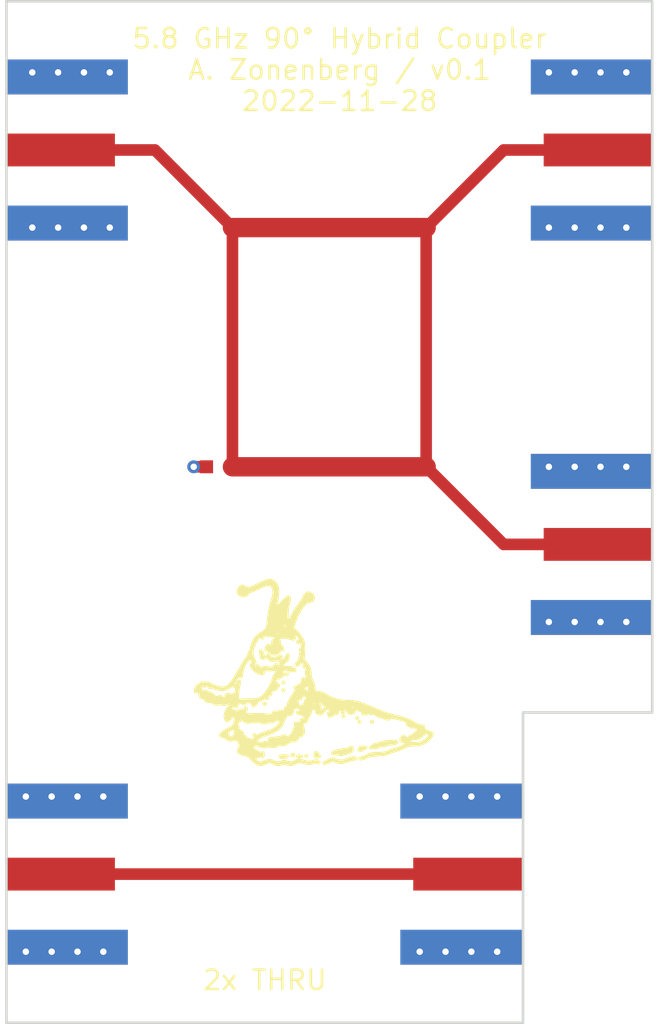
<source format=kicad_pcb>
(kicad_pcb (version 20211014) (generator pcbnew)
  (layers (0 "F.Cu" signal) (1 "In1.Cu" signal) (2 "In2.Cu" signal) (31 "B.Cu" signal) (34 "B.Paste" user) (35 "F.Paste" user) (36 "B.SilkS" user "B.Silkscreen") (37 "F.SilkS" user "F.Silkscreen") (38 "B.Mask" user) (39 "F.Mask" user) (44 "Edge.Cuts" user))
  (net 0 "")
  (net 1 "Net-(J1-Pad1)")
  (net 2 "/GND")
  (net 3 "Net-(J2-Pad1)")
  (footprint "azonenberg_pcb:CONN_SMA_EDGE_SAMTEC_SMA_J_P_H_ST_EM1" (layer "F.Cu") (at 100 95 -90)
    (fp_text reference "J3" hide)
    (fp_text value "SMA" hide)
    (pad "1" smd rect locked (at 0 -2.1 270) (size 1.27 4.2) (layers "F.Cu" "F.Paste" "F.Mask") (net 3 "Net-(J2-Pad1)"))
    (pad "2" smd rect locked (at -2.825 -2.35 270) (size 1.35 4.7) (layers "B.Cu" "B.Mask") (net 2 "/GND"))
    (pad "2" smd rect locked (at 2.825 -2.35 90) (size 1.35 4.7) (layers "B.Cu" "B.Mask") (net 2 "/GND"))
    (pad "2" smd rect locked (at -2.825 -2.35 270) (size 1.35 4.7) (layers "F.Cu" "F.Paste" "F.Mask") (net 2 "/GND"))
    (pad "2" smd rect locked (at 2.825 -2.35 270) (size 1.35 4.7) (layers "F.Cu" "F.Paste" "F.Mask") (net 2 "/GND"))
  )
  (footprint "azonenberg_pcb:CONN_SMA_EDGE_SAMTEC_SMA_J_P_H_ST_EM1" (layer "F.Cu") (at 100 67 -90)
    (fp_text reference "J1" hide)
    (fp_text value "SMA" hide)
    (pad "1" smd rect locked (at 0 -2.1 270) (size 1.27 4.2) (layers "F.Cu" "F.Paste" "F.Mask") (net 1 "Net-(J1-Pad1)"))
    (pad "2" smd rect locked (at 2.825 -2.35 90) (size 1.35 4.7) (layers "B.Cu" "B.Mask") (net 2 "/GND"))
    (pad "2" smd rect locked (at -2.825 -2.35 270) (size 1.35 4.7) (layers "B.Cu" "B.Mask") (net 2 "/GND"))
    (pad "2" smd rect locked (at 2.825 -2.35 270) (size 1.35 4.7) (layers "F.Cu" "F.Paste" "F.Mask") (net 2 "/GND"))
    (pad "2" smd rect locked (at -2.825 -2.35 270) (size 1.35 4.7) (layers "F.Cu" "F.Paste" "F.Mask") (net 2 "/GND"))
  )
  (footprint "azonenberg_pcb:CONN_SMA_EDGE_SAMTEC_SMA_J_P_H_ST_EM1" (layer "F.Cu") (at 125 67 90)
    (fp_text reference "J4" hide)
    (fp_text value "SMA" hide)
    (pad "1" smd rect locked (at 0 -2.1 90) (size 1.27 4.2) (layers "F.Cu" "F.Paste" "F.Mask") (net 1 "Net-(J1-Pad1)"))
    (pad "2" smd rect locked (at -2.825 -2.35 90) (size 1.35 4.7) (layers "F.Cu" "F.Paste" "F.Mask") (net 2 "/GND"))
    (pad "2" smd rect locked (at -2.825 -2.35 90) (size 1.35 4.7) (layers "B.Cu" "B.Mask") (net 2 "/GND"))
    (pad "2" smd rect locked (at 2.825 -2.35 90) (size 1.35 4.7) (layers "F.Cu" "F.Paste" "F.Mask") (net 2 "/GND"))
    (pad "2" smd rect locked (at 2.825 -2.35 270) (size 1.35 4.7) (layers "B.Cu" "B.Mask") (net 2 "/GND"))
  )
  (footprint "azonenberg_pcb:LONGTHING-1200DPI" (layer "F.Cu") (at 112.449031 87.579721)
    (fp_text reference "G***" hide)
    (fp_text value "LOGO" hide)
  )
  (footprint "azonenberg_pcb:EIA_0402_RES_NOSILK_FLIPCHIP" (layer "F.Cu") (at 108.25 79.25 180)
    (fp_text reference "R1" hide)
    (fp_text value "50" hide)
    (pad "1" smd rect locked (at -0.5 0 180) (size 0.5 0.5) (layers "F.Cu" "F.Paste" "F.Mask") (net 1 "Net-(J1-Pad1)"))
    (pad "2" smd rect locked (at 0.5 0 180) (size 0.5 0.5) (layers "F.Cu" "F.Paste" "F.Mask") (net 2 "/GND"))
  )
  (footprint "azonenberg_pcb:CONN_SMA_EDGE_SAMTEC_SMA_J_P_H_ST_EM1" (layer "F.Cu") (at 119.95 95 90)
    (fp_text reference "J2" hide)
    (fp_text value "SMA" hide)
    (pad "1" smd rect locked (at 0 -2.1 90) (size 1.27 4.2) (layers "F.Cu" "F.Paste" "F.Mask") (net 3 "Net-(J2-Pad1)"))
    (pad "2" smd rect locked (at -2.825 -2.35 90) (size 1.35 4.7) (layers "B.Cu" "B.Mask") (net 2 "/GND"))
    (pad "2" smd rect locked (at 2.825 -2.35 270) (size 1.35 4.7) (layers "B.Cu" "B.Mask") (net 2 "/GND"))
    (pad "2" smd rect locked (at -2.825 -2.35 90) (size 1.35 4.7) (layers "F.Cu" "F.Paste" "F.Mask") (net 2 "/GND"))
    (pad "2" smd rect locked (at 2.825 -2.35 90) (size 1.35 4.7) (layers "F.Cu" "F.Paste" "F.Mask") (net 2 "/GND"))
  )
  (footprint "azonenberg_pcb:CONN_SMA_EDGE_SAMTEC_SMA_J_P_H_ST_EM1" (layer "F.Cu") (at 125 82.25 90)
    (fp_text reference "J5" hide)
    (fp_text value "SMA" hide)
    (pad "1" smd rect locked (at 0 -2.1 90) (size 1.27 4.2) (layers "F.Cu" "F.Paste" "F.Mask") (net 1 "Net-(J1-Pad1)"))
    (pad "2" smd rect locked (at 2.825 -2.35 90) (size 1.35 4.7) (layers "F.Cu" "F.Paste" "F.Mask") (net 2 "/GND"))
    (pad "2" smd rect locked (at -2.825 -2.35 90) (size 1.35 4.7) (layers "B.Cu" "B.Mask") (net 2 "/GND"))
    (pad "2" smd rect locked (at -2.825 -2.35 90) (size 1.35 4.7) (layers "F.Cu" "F.Paste" "F.Mask") (net 2 "/GND"))
    (pad "2" smd rect locked (at 2.825 -2.35 270) (size 1.35 4.7) (layers "B.Cu" "B.Mask") (net 2 "/GND"))
  )
  (gr_line (start 120 100.75) (end 120 88.75) (layer "Edge.Cuts") (width 0.1))
  (gr_line (start 100 61.25) (end 100 100.75) (layer "Edge.Cuts") (width 0.1))
  (gr_line (start 100 100.75) (end 120 100.75) (layer "Edge.Cuts") (width 0.1))
  (gr_line (start 120 88.75) (end 125 88.75) (layer "Edge.Cuts") (width 0.1))
  (gr_line (start 125 88.75) (end 125 61.25) (layer "Edge.Cuts") (width 0.1))
  (gr_line (start 125 61.25) (end 100 61.25) (layer "Edge.Cuts") (width 0.1))
  (gr_text "5.8 GHz 90° Hybrid Coupler\nA. Zonenberg / v0.1\n2022-11-28" (at 112.9 63.9) (layer "F.SilkS") (effects (font (size 0.75 0.75) (thickness 0.1))))
  (gr_text "2x THRU" (at 110 99.1) (layer "F.SilkS") (effects (font (size 0.75 0.75) (thickness 0.1))))
  (segment (start 108.75 79.25) (end 116.25 79.25) (width 0.75) (layer "F.Cu") (net 1))
  (segment (start 122.9 67) (end 119.25 67) (width 0.45) (layer "F.Cu") (net 1))
  (segment (start 102.1 67) (end 105.75 67) (width 0.45) (layer "F.Cu") (net 1))
  (segment (start 119.25 82.25) (end 116.25 79.25) (width 0.45) (layer "F.Cu") (net 1))
  (segment (start 119.25 67) (end 116.25 70) (width 0.45) (layer "F.Cu") (net 1))
  (segment (start 105.75 67) (end 108.75 70) (width 0.45) (layer "F.Cu") (net 1))
  (segment (start 108.75 70) (end 108.75 79.25) (width 0.45) (layer "F.Cu") (net 1))
  (segment (start 122.9 82.25) (end 119.25 82.25) (width 0.45) (layer "F.Cu") (net 1))
  (segment (start 108.75 70) (end 116.25 70) (width 0.75) (layer "F.Cu") (net 1))
  (segment (start 116.25 70) (end 116.25 79.25) (width 0.45) (layer "F.Cu") (net 1))
  (segment (start 117.35 98.175) (end 116.175 98.175) (width 0.45) (layer "F.Cu") (net 2))
  (segment (start 102.1 98.175) (end 100.925 98.175) (width 0.45) (layer "F.Cu") (net 2))
  (segment (start 102.35 70.175) (end 101.175 70.175) (width 0.45) (layer "F.Cu") (net 2))
  (segment (start 122.35 70.175) (end 121.175 70.175) (width 0.45) (layer "F.Cu") (net 2))
  (segment (start 101.175 70.175) (end 101 70) (width 0.45) (layer "F.Cu") (net 2))
  (segment (start 123 79.25) (end 124 79.25) (width 0.45) (layer "F.Cu") (net 2))
  (segment (start 100.925 92.175) (end 100.75 92) (width 0.45) (layer "F.Cu") (net 2))
  (segment (start 107.75 79.25) (end 107.25 79.25) (width 0.45) (layer "F.Cu") (net 2))
  (segment (start 118 92) (end 119 92) (width 0.45) (layer "F.Cu") (net 2))
  (segment (start 103 64) (end 104 64) (width 0.45) (layer "F.Cu") (net 2))
  (segment (start 121.175 85.425) (end 121 85.25) (width 0.45) (layer "F.Cu") (net 2))
  (segment (start 122.35 79.425) (end 121.175 79.425) (width 0.45) (layer "F.Cu") (net 2))
  (segment (start 123 64) (end 124 64) (width 0.45) (layer "F.Cu") (net 2))
  (segment (start 121.175 64.175) (end 121 64) (width 0.45) (layer "F.Cu") (net 2))
  (segment (start 121.175 70.175) (end 121 70) (width 0.45) (layer "F.Cu") (net 2))
  (segment (start 123 70) (end 124 70) (width 0.45) (layer "F.Cu") (net 2))
  (segment (start 121.175 79.425) (end 121 79.25) (width 0.45) (layer "F.Cu") (net 2))
  (segment (start 116.175 98.175) (end 116 98) (width 0.45) (layer "F.Cu") (net 2))
  (segment (start 102.75 92) (end 103.75 92) (width 0.45) (layer "F.Cu") (net 2))
  (segment (start 116.175 92.175) (end 116 92) (width 0.45) (layer "F.Cu") (net 2))
  (segment (start 100.925 98.175) (end 100.75 98) (width 0.45) (layer "F.Cu") (net 2))
  (segment (start 102.75 98) (end 103.75 98) (width 0.45) (layer "F.Cu") (net 2))
  (segment (start 118 98) (end 119 98) (width 0.45) (layer "F.Cu") (net 2))
  (segment (start 102.1 92.175) (end 100.925 92.175) (width 0.45) (layer "F.Cu") (net 2))
  (segment (start 101.175 64.175) (end 101 64) (width 0.45) (layer "F.Cu") (net 2))
  (segment (start 122.35 64.175) (end 121.175 64.175) (width 0.45) (layer "F.Cu") (net 2))
  (segment (start 103 70) (end 104 70) (width 0.45) (layer "F.Cu") (net 2))
  (segment (start 102.35 64.175) (end 101.175 64.175) (width 0.45) (layer "F.Cu") (net 2))
  (segment (start 117.35 92.175) (end 116.175 92.175) (width 0.45) (layer "F.Cu") (net 2))
  (segment (start 122.35 85.425) (end 121.175 85.425) (width 0.45) (layer "F.Cu") (net 2))
  (segment (start 123 85.25) (end 124 85.25) (width 0.45) (layer "F.Cu") (net 2))
  (via (at 123 85.25) (size 0.5) (drill 0.25) (layers "F.Cu" "B.Cu") (net 2))
  (via (at 103.75 98) (size 0.5) (drill 0.25) (layers "F.Cu" "B.Cu") (net 2))
  (via (at 124 79.25) (size 0.5) (drill 0.25) (layers "F.Cu" "B.Cu") (net 2))
  (via (at 104 64) (size 0.5) (drill 0.25) (layers "F.Cu" "B.Cu") (net 2))
  (via (at 117 98) (size 0.5) (drill 0.25) (layers "F.Cu" "B.Cu") (net 2))
  (via (at 119 92) (size 0.5) (drill 0.25) (layers "F.Cu" "B.Cu") (net 2))
  (via (at 123 64) (size 0.5) (drill 0.25) (layers "F.Cu" "B.Cu") (net 2))
  (via (at 118 98) (size 0.5) (drill 0.25) (layers "F.Cu" "B.Cu") (net 2))
  (via (at 121 79.25) (size 0.5) (drill 0.25) (layers "F.Cu" "B.Cu") (net 2))
  (via (at 118 92) (size 0.5) (drill 0.25) (layers "F.Cu" "B.Cu") (net 2))
  (via (at 100.75 92) (size 0.5) (drill 0.25) (layers "F.Cu" "B.Cu") (net 2))
  (via (at 101.75 92) (size 0.5) (drill 0.25) (layers "F.Cu" "B.Cu") (net 2))
  (via (at 107.25 79.25) (size 0.5) (drill 0.25) (layers "F.Cu" "B.Cu") (net 2))
  (via (at 102.75 98) (size 0.5) (drill 0.25) (layers "F.Cu" "B.Cu") (net 2))
  (via (at 101 64) (size 0.5) (drill 0.25) (layers "F.Cu" "B.Cu") (net 2))
  (via (at 102 70) (size 0.5) (drill 0.25) (layers "F.Cu" "B.Cu") (net 2))
  (via (at 102 64) (size 0.5) (drill 0.25) (layers "F.Cu" "B.Cu") (net 2))
  (via (at 104 70) (size 0.5) (drill 0.25) (layers "F.Cu" "B.Cu") (net 2))
  (via (at 103 64) (size 0.5) (drill 0.25) (layers "F.Cu" "B.Cu") (net 2))
  (via (at 124 85.25) (size 0.5) (drill 0.25) (layers "F.Cu" "B.Cu") (net 2))
  (via (at 123 79.25) (size 0.5) (drill 0.25) (layers "F.Cu" "B.Cu") (net 2))
  (via (at 116 98) (size 0.5) (drill 0.25) (layers "F.Cu" "B.Cu") (net 2))
  (via (at 121 70) (size 0.5) (drill 0.25) (layers "F.Cu" "B.Cu") (net 2))
  (via (at 121 85.25) (size 0.5) (drill 0.25) (layers "F.Cu" "B.Cu") (net 2))
  (via (at 122 64) (size 0.5) (drill 0.25) (layers "F.Cu" "B.Cu") (net 2))
  (via (at 102.75 92) (size 0.5) (drill 0.25) (layers "F.Cu" "B.Cu") (net 2))
  (via (at 124 70) (size 0.5) (drill 0.25) (layers "F.Cu" "B.Cu") (net 2))
  (via (at 124 64) (size 0.5) (drill 0.25) (layers "F.Cu" "B.Cu") (net 2))
  (via (at 116 92) (size 0.5) (drill 0.25) (layers "F.Cu" "B.Cu") (net 2))
  (via (at 103.75 92) (size 0.5) (drill 0.25) (layers "F.Cu" "B.Cu") (net 2))
  (via (at 122 79.25) (size 0.5) (drill 0.25) (layers "F.Cu" "B.Cu") (net 2))
  (via (at 123 70) (size 0.5) (drill 0.25) (layers "F.Cu" "B.Cu") (net 2))
  (via (at 122 70) (size 0.5) (drill 0.25) (layers "F.Cu" "B.Cu") (net 2))
  (via (at 119 98) (size 0.5) (drill 0.25) (layers "F.Cu" "B.Cu") (net 2))
  (via (at 117 92) (size 0.5) (drill 0.25) (layers "F.Cu" "B.Cu") (net 2))
  (via (at 121 64) (size 0.5) (drill 0.25) (layers "F.Cu" "B.Cu") (net 2))
  (via (at 101 70) (size 0.5) (drill 0.25) (layers "F.Cu" "B.Cu") (net 2))
  (via (at 103 70) (size 0.5) (drill 0.25) (layers "F.Cu" "B.Cu") (net 2))
  (via (at 101.75 98) (size 0.5) (drill 0.25) (layers "F.Cu" "B.Cu") (net 2))
  (via (at 100.75 98) (size 0.5) (drill 0.25) (layers "F.Cu" "B.Cu") (net 2))
  (via (at 122 85.25) (size 0.5) (drill 0.25) (layers "F.Cu" "B.Cu") (net 2))
  (segment (start 101 70) (end 102 70) (width 0.45) (layer "B.Cu") (net 2))
  (segment (start 100.75 98) (end 101.75 98) (width 0.45) (layer "B.Cu") (net 2))
  (segment (start 101 64) (end 102 64) (width 0.45) (layer "B.Cu") (net 2))
  (segment (start 122 85.25) (end 123 85.25) (width 0.45) (layer "B.Cu") (net 2))
  (segment (start 101.75 92) (end 102.75 92) (width 0.45) (layer "B.Cu") (net 2))
  (segment (start 116 92) (end 117 92) (width 0.45) (layer "B.Cu") (net 2))
  (segment (start 117 98) (end 118 98) (width 0.45) (layer "B.Cu") (net 2))
  (segment (start 102 64) (end 103 64) (width 0.45) (layer "B.Cu") (net 2))
  (segment (start 121 85.25) (end 122 85.25) (width 0.45) (layer "B.Cu") (net 2))
  (segment (start 101.75 98) (end 102.75 98) (width 0.45) (layer "B.Cu") (net 2))
  (segment (start 122 70) (end 123 70) (width 0.45) (layer "B.Cu") (net 2))
  (segment (start 121 70) (end 122 70) (width 0.45) (layer "B.Cu") (net 2))
  (segment (start 102 70) (end 103 70) (width 0.45) (layer "B.Cu") (net 2))
  (segment (start 117 92) (end 118 92) (width 0.45) (layer "B.Cu") (net 2))
  (segment (start 122 79.25) (end 123 79.25) (width 0.45) (layer "B.Cu") (net 2))
  (segment (start 122 64) (end 123 64) (width 0.45) (layer "B.Cu") (net 2))
  (segment (start 116 98) (end 117 98) (width 0.45) (layer "B.Cu") (net 2))
  (segment (start 121 79.25) (end 122 79.25) (width 0.45) (layer "B.Cu") (net 2))
  (segment (start 121 64) (end 122 64) (width 0.45) (layer "B.Cu") (net 2))
  (segment (start 100.75 92) (end 101.75 92) (width 0.45) (layer "B.Cu") (net 2))
  (segment (start 102.1 95) (end 117.85 95) (width 0.45) (layer "F.Cu") (net 3))
)
</source>
